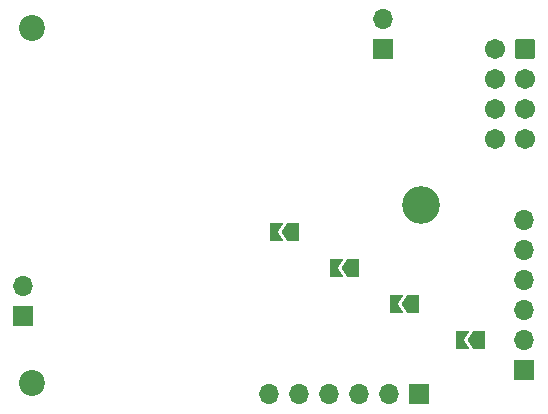
<source format=gbs>
%TF.GenerationSoftware,KiCad,Pcbnew,6.0.11*%
%TF.CreationDate,2024-08-04T21:37:39+01:00*%
%TF.ProjectId,ESPboard,45535062-6f61-4726-942e-6b696361645f,rev?*%
%TF.SameCoordinates,PX87a6900PY5d04800*%
%TF.FileFunction,Soldermask,Bot*%
%TF.FilePolarity,Negative*%
%FSLAX46Y46*%
G04 Gerber Fmt 4.6, Leading zero omitted, Abs format (unit mm)*
G04 Created by KiCad (PCBNEW 6.0.11) date 2024-08-04 21:37:39*
%MOMM*%
%LPD*%
G01*
G04 APERTURE LIST*
G04 Aperture macros list*
%AMRoundRect*
0 Rectangle with rounded corners*
0 $1 Rounding radius*
0 $2 $3 $4 $5 $6 $7 $8 $9 X,Y pos of 4 corners*
0 Add a 4 corners polygon primitive as box body*
4,1,4,$2,$3,$4,$5,$6,$7,$8,$9,$2,$3,0*
0 Add four circle primitives for the rounded corners*
1,1,$1+$1,$2,$3*
1,1,$1+$1,$4,$5*
1,1,$1+$1,$6,$7*
1,1,$1+$1,$8,$9*
0 Add four rect primitives between the rounded corners*
20,1,$1+$1,$2,$3,$4,$5,0*
20,1,$1+$1,$4,$5,$6,$7,0*
20,1,$1+$1,$6,$7,$8,$9,0*
20,1,$1+$1,$8,$9,$2,$3,0*%
%AMFreePoly0*
4,1,6,1.000000,0.000000,0.500000,-0.750000,-0.500000,-0.750000,-0.500000,0.750000,0.500000,0.750000,1.000000,0.000000,1.000000,0.000000,$1*%
%AMFreePoly1*
4,1,6,0.500000,-0.750000,-0.650000,-0.750000,-0.150000,0.000000,-0.650000,0.750000,0.500000,0.750000,0.500000,-0.750000,0.500000,-0.750000,$1*%
G04 Aperture macros list end*
%ADD10C,3.200000*%
%ADD11RoundRect,0.102000X-0.750000X0.750000X-0.750000X-0.750000X0.750000X-0.750000X0.750000X0.750000X0*%
%ADD12C,1.704000*%
%ADD13R,1.700000X1.700000*%
%ADD14O,1.700000X1.700000*%
%ADD15C,2.200000*%
%ADD16FreePoly0,180.000000*%
%ADD17FreePoly1,180.000000*%
G04 APERTURE END LIST*
D10*
X36000000Y-18000000D03*
D11*
X44776000Y-4826000D03*
D12*
X44776000Y-7366000D03*
X44776000Y-9906000D03*
X44776000Y-12446000D03*
X42236000Y-4826000D03*
X42236000Y-7366000D03*
X42236000Y-9906000D03*
X42236000Y-12446000D03*
D13*
X32766000Y-4844000D03*
D14*
X32766000Y-2304000D03*
D13*
X2286000Y-27432000D03*
D14*
X2286000Y-24892000D03*
D15*
X3000000Y-3000000D03*
D13*
X44704000Y-32004000D03*
D14*
X44704000Y-29464000D03*
X44704000Y-26924000D03*
X44704000Y-24384000D03*
X44704000Y-21844000D03*
X44704000Y-19304000D03*
D13*
X35814000Y-34036000D03*
D14*
X33274000Y-34036000D03*
X30734000Y-34036000D03*
X28194000Y-34036000D03*
X25654000Y-34036000D03*
X23114000Y-34036000D03*
D15*
X3000000Y-33068000D03*
D16*
X40857000Y-29464000D03*
D17*
X39407000Y-29464000D03*
D16*
X30226000Y-23368000D03*
D17*
X28776000Y-23368000D03*
D16*
X25146000Y-20320000D03*
D17*
X23696000Y-20320000D03*
D16*
X35306000Y-26416000D03*
D17*
X33856000Y-26416000D03*
M02*

</source>
